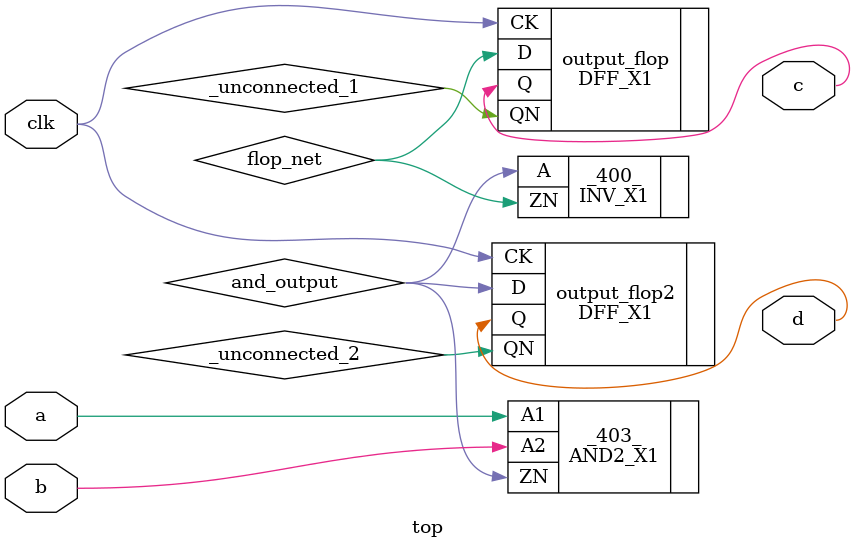
<source format=v>
/* Generated by Yosys 0.9+4052 (git sha1 5c1e6a0e, clang 7.0.1 -fPIC -Os) */

/* This test makes sure that we keep track of any outputs that aren't directly
on the logic cone, but are driven by cell that are. If we were to destroy these
cells we need to make sure any pins they drive are primary outputs in ABC to
preserve correctness.
*/

module top(clk, a, b, c, d);
  input clk;
  input a;
  input b;
  output c;
  output d;
  
  wire flop_net;
  wire and_output;
  wire _unconnected_1;
  wire _unconnected_2;

  AND2_X1 _403_ (
    .A1(a),
    .A2(b),
    .ZN(and_output)
  );

  INV_X1 _400_ (
    .A(and_output),
    .ZN(flop_net)
  );

  DFF_X1 output_flop (
    .CK(clk),
    .D(flop_net),
    .Q(c),
    .QN(_unconnected_1)
  );

  DFF_X1 output_flop2 (
    .CK(clk),
    .D(and_output),
    .Q(d),
    .QN(_unconnected_2)
  );

endmodule

</source>
